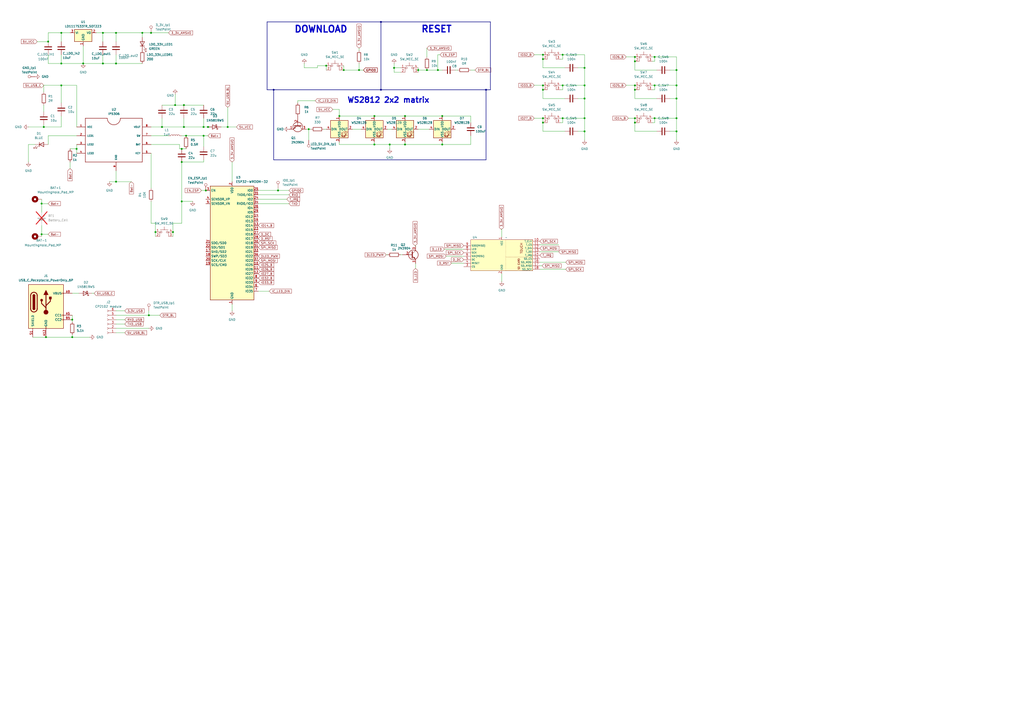
<source format=kicad_sch>
(kicad_sch (version 20250114) (generator "eeschema") (generator_version "9.0")
  (paper "A2")
  (lib_symbols
    (symbol "ASKLib:2.8{dblquote}_display"
      (property "Reference" "U4" (at -17.018 10.414 0))
      (property "Value" "~" (at 2.0084 10.16 0))
      (symbol "2.8{dblquote}_display_1_1"
        (text "SD CARD\n" (at 9.906 -5.08 900) (effects (font (size 1 1))))
        (text "TOUCH" (at 11.43 4.064 900) (effects (font (size 1.27 1.27))))
        (pin input line (at -22.098 5.588 0) (length 4) (name "SDO(MISO)") (number "9"))
        (pin input line (at -22.098 3.556 0) (length 4) (name "LED") (number "8"))
        (pin input line (at -22.098 1.524 0) (length 4) (name "SCK") (number "7"))
        (pin input line (at -22.098 -0.508 0) (length 4) (name "SDI(MOSI)") (number "6"))
        (pin input line (at -22.098 -2.54 0) (length 4) (name "DC") (number "5"))
        (pin input line (at -22.098 -4.572 0) (length 4) (name "RESET") (number "4"))
        (pin input line (at -22.098 -6.604 0) (length 4) (name "CS") (number "3"))
        (pin input line (at 0 10.668 270) (length 1.57) (name "VCC") (number "1"))
        (pin input line (at 0 -10.668 90) (length 1.57) (name "GND") (number "2"))
        (pin input line (at 22.098 8.128 180) (length 4) (name "T_CLK") (number "10"))
        (pin input line (at 22.098 6.096 180) (length 4) (name "T_CS") (number "11"))
        (pin input line (at 22.098 4.064 180) (length 4) (name "T_DIN") (number "12"))
        (pin input line (at 22.098 2.032 180) (length 4) (name "T_DO") (number "13"))
        (pin input line (at 22.098 0 180) (length 4) (name "T_IRQ") (number "14"))
        (pin input line (at 22.098 -2.032 180) (length 4) (name "SD_CS") (number "15"))
        (pin input line (at 22.098 -4.064 180) (length 4) (name "SD_MOSI") (number "16"))
        (pin input line (at 22.098 -6.096 180) (length 4) (name "SD_MISO") (number "17"))
        (pin input line (at 22.098 -8.128 180) (length 4) (name "SD_SCK") (number "18"))
      )
    )
    (symbol "Connector:Conn_01x06_Socket" (pin_names (offset 1.016) (hide yes))
      (property "Reference" "J" (at 0 7.62 0))
      (property "Value" "Conn_01x06_Socket" (at 0 -10.16 0))
      (symbol "Conn_01x06_Socket_1_1"
        (pin passive line (at -5.08 5.08 0) (length 3.81) (name "Pin_1") (number "1"))
        (pin passive line (at -5.08 2.54 0) (length 3.81) (name "Pin_2") (number "2"))
        (pin passive line (at -5.08 0 0) (length 3.81) (name "Pin_3") (number "3"))
        (pin passive line (at -5.08 -2.54 0) (length 3.81) (name "Pin_4") (number "4"))
        (pin passive line (at -5.08 -5.08 0) (length 3.81) (name "Pin_5") (number "5"))
        (pin passive line (at -5.08 -7.62 0) (length 3.81) (name "Pin_6") (number "6"))
      )
    )
    (symbol "Connector:TestPoint" (pin_numbers (hide yes)) (pin_names (offset 0.762) (hide yes))
      (property "Reference" "TP" (at 0 6.858 0))
      (property "Value" "TestPoint" (at 0 5.08 0))
      (symbol "TestPoint_1_1"
        (pin passive line (at 0 0 90) (length 2.54) (name "1") (number "1"))
      )
    )
    (symbol "Connector:USB_C_Receptacle_PowerOnly_6P" (pin_names (offset 1.016))
      (property "Reference" "J" (at 0 16.51 0))
      (property "Value" "USB_C_Receptacle_PowerOnly_6P" (at 0 13.97 0))
      (symbol "USB_C_Receptacle_PowerOnly_6P_1_1"
        (pin passive line (at -7.62 -17.78 90) (length 5.08) (name "SHIELD") (number "S1"))
        (pin passive line (at 0 -17.78 90) (length 5.08) (name "GND") (number "A12"))
        (pin passive line (at 0 -17.78 90) (length 5.08) (hide yes) (name "GND") (number "B12"))
        (pin passive line (at 15.24 7.62 180) (length 5.08) (name "VBUS") (number "A9"))
        (pin passive line (at 15.24 7.62 180) (length 5.08) (hide yes) (name "VBUS") (number "B9"))
        (pin bidirectional line (at 15.24 -5.08 180) (length 5.08) (name "CC1") (number "A5"))
        (pin bidirectional line (at 15.24 -7.62 180) (length 5.08) (name "CC2") (number "B5"))
      )
    )
    (symbol "Device:Battery_Cell" (pin_numbers (hide yes)) (pin_names (offset 0) (hide yes))
      (property "Reference" "BT" (at 2.54 2.54 0))
      (property "Value" "Battery_Cell" (at 2.54 0 0))
      (symbol "Battery_Cell_1_1"
        (pin passive line (at 0 5.08 270) (length 2.54) (name "+") (number "1"))
        (pin passive line (at 0 -2.54 90) (length 2.54) (name "-") (number "2"))
      )
    )
    (symbol "Device:C" (pin_numbers (hide yes)) (pin_names (offset 0.254))
      (property "Reference" "C" (at 0.635 2.54 0))
      (property "Value" "C" (at 0.635 -2.54 0))
      (symbol "C_1_1"
        (pin passive line (at 0 3.81 270) (length 2.794) (name "~") (number "1"))
        (pin passive line (at 0 -3.81 90) (length 2.794) (name "~") (number "2"))
      )
    )
    (symbol "Device:L" (pin_numbers (hide yes)) (pin_names (offset 1.016) (hide yes))
      (property "Reference" "L" (at -1.27 0 90))
      (property "Value" "L" (at 1.905 0 90))
      (symbol "L_1_1"
        (pin passive line (at 0 3.81 270) (length 1.27) (name "1") (number "1"))
        (pin passive line (at 0 -3.81 90) (length 1.27) (name "2") (number "2"))
      )
    )
    (symbol "Device:LED" (pin_numbers (hide yes)) (pin_names (offset 1.016) (hide yes))
      (property "Reference" "D" (at 0 2.54 0))
      (property "Value" "LED" (at 0 -2.54 0))
      (symbol "LED_1_1"
        (pin passive line (at -3.81 0 0) (length 2.54) (name "K") (number "1"))
        (pin passive line (at 3.81 0 180) (length 2.54) (name "A") (number "2"))
      )
    )
    (symbol "Device:R" (pin_numbers (hide yes)) (pin_names (offset 0))
      (property "Reference" "R" (at 2.032 0 90))
      (property "Value" "R" (at 0 0 90))
      (symbol "R_1_1"
        (pin passive line (at 0 3.81 270) (length 1.27) (name "~") (number "1"))
        (pin passive line (at 0 -3.81 90) (length 1.27) (name "~") (number "2"))
      )
    )
    (symbol "Diode:1N5819WS" (pin_numbers (hide yes)) (pin_names (offset 1.016) (hide yes))
      (property "Reference" "D" (at 0 2.54 0))
      (property "Value" "1N5819WS" (at 0 -2.54 0))
      (symbol "1N5819WS_1_1"
        (pin passive line (at -3.81 0 0) (length 2.54) (name "K") (number "1"))
        (pin passive line (at 3.81 0 180) (length 2.54) (name "A") (number "2"))
      )
    )
    (symbol "IP5306:IP5306" (pin_names (offset 1.016))
      (property "Reference" "U" (at 12.7 17.78 0))
      (property "Value" "IP5306" (at 12.7 15.24 0))
      (symbol "IP5306_0_0"
        (pin power_in line (at -5.08 20.32 0) (length 5.08) (name "VCC") (number "1"))
        (pin output line (at -5.08 15.24 0) (length 5.08) (name "LED1") (number "2"))
        (pin output line (at -5.08 10.16 0) (length 5.08) (name "LED2") (number "3"))
        (pin output line (at -5.08 5.08 0) (length 5.08) (name "LED3") (number "4"))
        (pin power_in line (at 17.78 -5.08 90) (length 5.08) (name "GND") (number "9"))
        (pin output line (at 38.1 20.32 180) (length 5.08) (name "VOUT") (number "8"))
        (pin output line (at 38.1 15.24 180) (length 5.08) (name "SW") (number "7"))
        (pin input line (at 38.1 10.16 180) (length 5.08) (name "BAT") (number "6"))
        (pin input line (at 38.1 5.08 180) (length 5.08) (name "KEY") (number "5"))
      )
    )
    (symbol "LED:WS2812B" (pin_names (offset 0.254))
      (property "Reference" "D" (at 5.08 5.715 0))
      (property "Value" "WS2812B" (at 1.27 -5.715 0))
      (symbol "WS2812B_0_0"
        (text "RGB" (at 2.286 -4.191 0) (effects (font (size 0.762 0.762))))
      )
      (symbol "WS2812B_1_1"
        (pin input line (at -7.62 0 0) (length 2.54) (name "DIN") (number "4"))
        (pin power_in line (at 0 7.62 270) (length 2.54) (name "VDD") (number "1"))
        (pin power_in line (at 0 -7.62 90) (length 2.54) (name "VSS") (number "3"))
        (pin output line (at 7.62 0 180) (length 2.54) (name "DOUT") (number "2"))
      )
    )
    (symbol "Mechanical:MountingHole_Pad_MP" (pin_numbers (hide yes)) (pin_names (offset 1.016) (hide yes)) (exclude_from_sim yes) (in_bom no)
      (property "Reference" "H" (at 0 6.35 0))
      (property "Value" "MountingHole_Pad_MP" (at 0 4.445 0))
      (symbol "MountingHole_Pad_MP_1_1"
        (pin input line (at 0 -2.54 90) (length 2.54) (name "MP") (number "MP"))
      )
    )
    (symbol "RF_Module:ESP32-WROOM-32"
      (property "Reference" "U" (at -12.7 34.29 0))
      (property "Value" "ESP32-WROOM-32" (at 1.27 34.29 0))
      (symbol "ESP32-WROOM-32_1_1"
        (pin input line (at -15.24 30.48 0) (length 2.54) (name "EN") (number "3"))
        (pin input line (at -15.24 25.4 0) (length 2.54) (name "SENSOR_VP") (number "4"))
        (pin input line (at -15.24 22.86 0) (length 2.54) (name "SENSOR_VN") (number "5"))
        (pin bidirectional line (at -15.24 0 0) (length 2.54) (name "SDO/SD0") (number "21"))
        (pin bidirectional line (at -15.24 -2.54 0) (length 2.54) (name "SDI/SD1") (number "22"))
        (pin bidirectional line (at -15.24 -5.08 0) (length 2.54) (name "SHD/SD2") (number "17"))
        (pin bidirectional line (at -15.24 -7.62 0) (length 2.54) (name "SWP/SD3") (number "18"))
        (pin bidirectional line (at -15.24 -10.16 0) (length 2.54) (name "SCK/CLK") (number "20"))
        (pin bidirectional line (at -15.24 -12.7 0) (length 2.54) (name "SCS/CMD") (number "19"))
        (pin no_connect line (at -12.7 -27.94 0) (length 2.54) (hide yes) (name "NC") (number "32"))
        (pin power_in line (at 0 35.56 270) (length 2.54) (name "VDD") (number "2"))
        (pin power_in line (at 0 -35.56 90) (length 2.54) (name "GND") (number "1"))
        (pin passive line (at 0 -35.56 90) (length 2.54) (hide yes) (name "GND") (number "15"))
        (pin passive line (at 0 -35.56 90) (length 2.54) (hide yes) (name "GND") (number "38"))
        (pin passive line (at 0 -35.56 90) (length 2.54) (hide yes) (name "GND") (number "39"))
        (pin bidirectional line (at 15.24 30.48 180) (length 2.54) (name "IO0") (number "25"))
        (pin bidirectional line (at 15.24 27.94 180) (length 2.54) (name "TXD0/IO1") (number "35"))
        (pin bidirectional line (at 15.24 25.4 180) (length 2.54) (name "IO2") (number "24"))
        (pin bidirectional line (at 15.24 22.86 180) (length 2.54) (name "RXD0/IO3") (number "34"))
        (pin bidirectional line (at 15.24 20.32 180) (length 2.54) (name "IO4") (number "26"))
        (pin bidirectional line (at 15.24 17.78 180) (length 2.54) (name "IO5") (number "29"))
        (pin bidirectional line (at 15.24 15.24 180) (length 2.54) (name "IO12") (number "14"))
        (pin bidirectional line (at 15.24 12.7 180) (length 2.54) (name "IO13") (number "16"))
        (pin bidirectional line (at 15.24 10.16 180) (length 2.54) (name "IO14") (number "13"))
        (pin bidirectional line (at 15.24 7.62 180) (length 2.54) (name "IO15") (number "23"))
        (pin bidirectional line (at 15.24 5.08 180) (length 2.54) (name "IO16") (number "27"))
        (pin bidirectional line (at 15.24 2.54 180) (length 2.54) (name "IO17") (number "28"))
        (pin bidirectional line (at 15.24 0 180) (length 2.54) (name "IO18") (number "30"))
        (pin bidirectional line (at 15.24 -2.54 180) (length 2.54) (name "IO19") (number "31"))
        (pin bidirectional line (at 15.24 -5.08 180) (length 2.54) (name "IO21") (number "33"))
        (pin bidirectional line (at 15.24 -7.62 180) (length 2.54) (name "IO22") (number "36"))
        (pin bidirectional line (at 15.24 -10.16 180) (length 2.54) (name "IO23") (number "37"))
        (pin bidirectional line (at 15.24 -12.7 180) (length 2.54) (name "IO25") (number "10"))
        (pin bidirectional line (at 15.24 -15.24 180) (length 2.54) (name "IO26") (number "11"))
        (pin bidirectional line (at 15.24 -17.78 180) (length 2.54) (name "IO27") (number "12"))
        (pin bidirectional line (at 15.24 -20.32 180) (length 2.54) (name "IO32") (number "8"))
        (pin bidirectional line (at 15.24 -22.86 180) (length 2.54) (name "IO33") (number "9"))
        (pin input line (at 15.24 -25.4 180) (length 2.54) (name "IO34") (number "6"))
        (pin input line (at 15.24 -27.94 180) (length 2.54) (name "IO35") (number "7"))
      )
    )
    (symbol "Regulator_Linear:LD1117S33TR_SOT223"
      (property "Reference" "U" (at -3.81 3.175 0))
      (property "Value" "LD1117S33TR_SOT223" (at 0 3.175 0))
      (symbol "LD1117S33TR_SOT223_1_1"
        (pin power_in line (at -7.62 0 0) (length 2.54) (name "VI") (number "3"))
        (pin power_in line (at 0 -7.62 90) (length 2.54) (name "GND") (number "1"))
        (pin power_out line (at 7.62 0 180) (length 2.54) (name "VO") (number "2"))
      )
    )
    (symbol "Switch:SW_MEC_5E" (pin_names (offset 1.016) (hide yes))
      (property "Reference" "SW" (at 0.635 5.715 0))
      (property "Value" "SW_MEC_5E" (at 0 -3.175 0))
      (symbol "SW_MEC_5E_0_1"
        (pin passive line (at -5.08 2.54 0) (length 2.54) (name "1") (number "1"))
        (pin passive line (at -5.08 0 0) (length 2.54) (name "2") (number "2"))
        (pin passive line (at 5.08 2.54 180) (length 2.54) (name "A") (number "4"))
        (pin passive line (at 5.08 0 180) (length 2.54) (name "K") (number "3"))
      )
    )
    (symbol "Transistor_BJT:2N3904" (pin_names (offset 0) (hide yes))
      (property "Reference" "Q" (at 5.08 1.905 0))
      (property "Value" "2N3904" (at 5.08 0 0))
      (symbol "2N3904_1_1"
        (pin passive line (at -5.08 0 0) (length 5.715) (name "B") (number "2"))
        (pin passive line (at 2.54 5.08 270) (length 2.54) (name "C") (number "3"))
        (pin passive line (at 2.54 -5.08 90) (length 2.54) (name "E") (number "1"))
      )
    )
    (symbol "power:GND" (power) (pin_numbers (hide yes)) (pin_names (offset 0) (hide yes))
      (property "Value" "GND" (at 0 -3.81 0))
      (symbol "GND_1_1"
        (pin power_in line (at 0 0 270) (length 0) (name "~") (number "1"))
      )
    )
  )
  (text "DOWNLOAD" (at 186.182 19.304 0) (effects (font (size 3.81 3.81) (bold yes)) (justify bottom)))
  (text "WS2812 2x2 matrix\n" (at 225.298 58.166 0) (effects (font (size 3.175 3.175) (bold yes))))
  (text "RESET" (at 253.238 17.018 0) (effects (font (size 3.81 3.81) (bold yes))))
  (junction (at 106.68 73.66))
  (junction (at 247.65 40.64))
  (junction (at 368.3 35.56))
  (junction (at 26.67 195.58))
  (junction (at 339.09 68.58))
  (junction (at 35.56 19.05))
  (junction (at 217.17 67.31))
  (junction (at 217.17 83.82))
  (junction (at 234.95 83.82))
  (junction (at 24.13 118.11))
  (junction (at 339.09 39.37))
  (junction (at 314.96 68.58))
  (junction (at 35.56 49.53))
  (junction (at 86.36 182.88))
  (junction (at 41.91 195.58))
  (junction (at 101.6 60.96))
  (junction (at 107.95 78.74))
  (junction (at 368.3 68.58))
  (junction (at 339.09 49.53))
  (junction (at 196.85 67.31))
  (junction (at 379.73 49.53))
  (junction (at 392.43 68.58))
  (junction (at 100.33 134.62))
  (junction (at 314.96 34.29))
  (junction (at 379.73 33.02))
  (junction (at 82.55 19.05))
  (junction (at 90.17 134.62))
  (junction (at 314.96 49.53))
  (junction (at 392.43 40.64))
  (junction (at 44.45 86.36))
  (junction (at 189.23 38.1))
  (junction (at 132.08 73.66))
  (junction (at 59.69 19.05))
  (junction (at 161.29 110.49))
  (junction (at 392.43 49.53))
  (junction (at 254 40.64))
  (junction (at 105.41 93.98))
  (junction (at 25.4 73.66))
  (junction (at 24.13 135.89))
  (junction (at 326.39 31.75))
  (junction (at 379.73 68.58))
  (junction (at 105.41 116.84))
  (junction (at 59.69 36.83))
  (junction (at 326.39 68.58))
  (junction (at 226.06 83.82))
  (junction (at 314.96 52.07))
  (junction (at 48.26 36.83))
  (junction (at 326.39 49.53))
  (junction (at 87.63 19.05))
  (junction (at 228.6 39.37))
  (junction (at 208.28 40.64))
  (junction (at 368.3 71.12))
  (junction (at 106.68 60.96))
  (junction (at 67.31 105.41))
  (junction (at 35.56 36.83))
  (junction (at 118.11 78.74))
  (junction (at 158.75 52.07))
  (junction (at 314.96 71.12))
  (junction (at 105.41 86.36))
  (junction (at 368.3 33.02))
  (junction (at 339.09 57.15))
  (junction (at 256.54 67.31))
  (junction (at 119.38 110.49))
  (junction (at 93.98 73.66))
  (junction (at 199.39 40.64))
  (junction (at 392.43 76.2))
  (junction (at 314.96 31.75))
  (junction (at 118.11 73.66))
  (junction (at 281.94 52.07))
  (junction (at 368.3 52.07))
  (junction (at 120.65 73.66))
  (junction (at 339.09 76.2))
  (junction (at 67.31 19.05))
  (junction (at 392.43 57.15))
  (junction (at 27.94 24.13))
  (junction (at 41.91 185.42))
  (junction (at 368.3 49.53))
  (junction (at 220.98 12.7))
  (junction (at 220.98 52.07))
  (junction (at 67.31 36.83))
  (junction (at 256.54 83.82))
  (junction (at 234.95 67.31))
  (junction (at 242.57 40.64))
  (junction (at 179.07 74.93))
  (wire (pts (xy 40.64 93.98) (xy 40.64 97.79)))
  (bus (pts (xy 281.94 52.07) (xy 284.48 52.07)))
  (wire (pts (xy 67.31 105.41) (xy 76.2 105.41)))
  (wire (pts (xy 72.39 180.34) (xy 67.31 180.34)))
  (wire (pts (xy 106.68 68.58) (xy 106.68 73.66)))
  (wire (pts (xy 35.56 49.53) (xy 44.45 49.53)))
  (wire (pts (xy 104.14 83.82) (xy 87.63 83.82)))
  (wire (pts (xy 59.69 36.83) (xy 59.69 31.75)))
  (wire (pts (xy 105.41 93.98) (xy 105.41 116.84)))
  (wire (pts (xy 59.69 19.05) (xy 59.69 24.13)))
  (wire (pts (xy 256.54 40.64) (xy 254 40.64)))
  (wire (pts (xy 379.73 33.02) (xy 392.43 33.02)))
  (wire (pts (xy 325.12 71.12) (xy 326.39 71.12)))
  (wire (pts (xy 226.06 83.82) (xy 217.17 83.82)))
  (wire (pts (xy 101.6 54.61) (xy 101.6 60.96)))
  (wire (pts (xy 25.4 60.96) (xy 25.4 64.77)))
  (wire (pts (xy 104.14 86.36) (xy 105.41 86.36)))
  (wire (pts (xy 309.88 49.53) (xy 314.96 49.53)))
  (wire (pts (xy 161.29 109.22) (xy 161.29 110.49)))
  (wire (pts (xy 16.51 83.82) (xy 20.32 83.82)))
  (wire (pts (xy 134.62 93.98) (xy 134.62 105.41)))
  (bus (pts (xy 220.98 52.07) (xy 158.75 52.07)))
  (wire (pts (xy 339.09 31.75) (xy 339.09 39.37)))
  (wire (pts (xy 242.57 74.93) (xy 248.92 74.93)))
  (wire (pts (xy 182.88 58.42) (xy 172.72 58.42)))
  (wire (pts (xy 199.39 38.1) (xy 199.39 40.64)))
  (wire (pts (xy 242.57 40.64) (xy 242.57 41.91)))
  (wire (pts (xy 381 76.2) (xy 368.3 76.2)))
  (wire (pts (xy 25.4 49.53) (xy 25.4 53.34)))
  (wire (pts (xy 392.43 40.64) (xy 392.43 49.53)))
  (wire (pts (xy 234.95 83.82) (xy 226.06 83.82)))
  (wire (pts (xy 247.65 27.94) (xy 247.65 33.02)))
  (wire (pts (xy 44.45 83.82) (xy 44.45 86.36)))
  (wire (pts (xy 256.54 83.82) (xy 234.95 83.82)))
  (wire (pts (xy 208.28 36.83) (xy 208.28 40.64)))
  (wire (pts (xy 106.68 60.96) (xy 118.11 60.96)))
  (wire (pts (xy 24.13 130.81) (xy 24.13 135.89)))
  (wire (pts (xy 100.33 134.62) (xy 100.33 129.54)))
  (wire (pts (xy 339.09 39.37) (xy 339.09 49.53)))
  (wire (pts (xy 196.85 67.31) (xy 217.17 67.31)))
  (wire (pts (xy 388.62 76.2) (xy 392.43 76.2)))
  (wire (pts (xy 291.084 133.096) (xy 291.084 137.414)))
  (wire (pts (xy 208.28 40.64) (xy 210.82 40.64)))
  (wire (pts (xy 35.56 36.83) (xy 48.26 36.83)))
  (bus (pts (xy 220.98 12.7) (xy 284.48 12.7)))
  (wire (pts (xy 273.05 40.64) (xy 275.59 40.64)))
  (wire (pts (xy 326.39 49.53) (xy 339.09 49.53)))
  (bus (pts (xy 284.48 12.7) (xy 284.48 52.07)))
  (wire (pts (xy 120.65 73.66) (xy 118.11 73.66)))
  (wire (pts (xy 339.09 57.15) (xy 339.09 68.58)))
  (wire (pts (xy 27.94 19.05) (xy 35.56 19.05)))
  (wire (pts (xy 67.31 99.06) (xy 67.31 105.41)))
  (wire (pts (xy 234.95 67.31) (xy 256.54 67.31)))
  (wire (pts (xy 254 31.75) (xy 254 40.64)))
  (wire (pts (xy 241.046 142.748) (xy 241.046 142.494)))
  (wire (pts (xy 313.182 152.146) (xy 328.168 152.146)))
  (bus (pts (xy 281.94 52.07) (xy 281.94 92.71)))
  (wire (pts (xy 87.63 78.74) (xy 97.79 78.74)))
  (wire (pts (xy 291.084 158.75) (xy 291.084 163.322)))
  (wire (pts (xy 368.3 49.53) (xy 368.3 52.07)))
  (wire (pts (xy 392.43 57.15) (xy 392.43 68.58)))
  (wire (pts (xy 41.91 195.58) (xy 26.67 195.58)))
  (wire (pts (xy 118.11 68.58) (xy 118.11 73.66)))
  (wire (pts (xy 90.17 134.62) (xy 90.17 137.16)))
  (wire (pts (xy 325.12 49.53) (xy 326.39 49.53)))
  (bus (pts (xy 220.98 12.7) (xy 220.98 52.07)))
  (wire (pts (xy 368.3 40.64) (xy 368.3 35.56)))
  (wire (pts (xy 118.11 92.71) (xy 118.11 93.98)))
  (wire (pts (xy 388.62 40.64) (xy 392.43 40.64)))
  (wire (pts (xy 149.86 113.03) (xy 167.64 113.03)))
  (wire (pts (xy 134.62 180.34) (xy 134.62 176.53)))
  (wire (pts (xy 204.47 74.93) (xy 209.55 74.93)))
  (wire (pts (xy 21.59 24.13) (xy 27.94 24.13)))
  (wire (pts (xy 208.28 27.94) (xy 208.28 29.21)))
  (wire (pts (xy 35.56 73.66) (xy 25.4 73.66)))
  (wire (pts (xy 381 57.15) (xy 368.3 57.15)))
  (wire (pts (xy 256.54 67.31) (xy 273.05 67.31)))
  (wire (pts (xy 52.07 195.58) (xy 41.91 195.58)))
  (wire (pts (xy 392.43 76.2) (xy 392.43 81.28)))
  (wire (pts (xy 27.94 36.83) (xy 35.56 36.83)))
  (wire (pts (xy 101.6 60.96) (xy 106.68 60.96)))
  (wire (pts (xy 314.96 76.2) (xy 314.96 71.12)))
  (wire (pts (xy 228.6 36.83) (xy 228.6 39.37)))
  (wire (pts (xy 379.73 35.56) (xy 379.73 33.02)))
  (wire (pts (xy 392.43 33.02) (xy 392.43 40.64)))
  (wire (pts (xy 179.07 81.28) (xy 179.07 74.93)))
  (wire (pts (xy 196.85 63.5) (xy 196.85 67.31)))
  (wire (pts (xy 326.39 52.07) (xy 326.39 49.53)))
  (wire (pts (xy 339.09 76.2) (xy 339.09 81.28)))
  (wire (pts (xy 118.11 78.74) (xy 120.65 78.74)))
  (wire (pts (xy 228.6 41.91) (xy 228.6 39.37)))
  (wire (pts (xy 121.92 73.66) (xy 120.65 73.66)))
  (wire (pts (xy 27.94 135.89) (xy 24.13 135.89)))
  (wire (pts (xy 368.3 33.02) (xy 368.3 35.56)))
  (wire (pts (xy 27.94 36.83) (xy 27.94 31.75)))
  (wire (pts (xy 379.73 52.07) (xy 379.73 49.53)))
  (bus (pts (xy 220.98 52.07) (xy 281.94 52.07)))
  (wire (pts (xy 41.91 194.31) (xy 41.91 195.58)))
  (wire (pts (xy 335.28 39.37) (xy 339.09 39.37)))
  (wire (pts (xy 368.3 57.15) (xy 368.3 52.07)))
  (wire (pts (xy 335.28 76.2) (xy 339.09 76.2)))
  (wire (pts (xy 313.182 154.178) (xy 314.452 154.178)))
  (wire (pts (xy 226.06 86.36) (xy 226.06 83.82)))
  (wire (pts (xy 24.13 115.57) (xy 24.13 118.11)))
  (wire (pts (xy 86.36 180.34) (xy 86.36 182.88)))
  (wire (pts (xy 290.83 133.096) (xy 291.084 133.096)))
  (wire (pts (xy 241.046 152.908) (xy 241.046 155.702)))
  (wire (pts (xy 273.05 67.31) (xy 273.05 71.12)))
  (wire (pts (xy 35.56 19.05) (xy 35.56 24.13)))
  (wire (pts (xy 67.31 36.83) (xy 82.55 36.83)))
  (wire (pts (xy 326.39 71.12) (xy 326.39 68.58)))
  (wire (pts (xy 378.46 68.58) (xy 379.73 68.58)))
  (wire (pts (xy 339.09 49.53) (xy 339.09 57.15)))
  (wire (pts (xy 59.69 36.83) (xy 67.31 36.83)))
  (wire (pts (xy 105.41 129.54) (xy 105.41 116.84)))
  (wire (pts (xy 379.73 49.53) (xy 392.43 49.53)))
  (wire (pts (xy 25.4 72.39) (xy 25.4 73.66)))
  (wire (pts (xy 44.45 86.36) (xy 44.45 88.9)))
  (wire (pts (xy 381 40.64) (xy 368.3 40.64)))
  (wire (pts (xy 111.76 116.84) (xy 105.41 116.84)))
  (wire (pts (xy 264.16 40.64) (xy 265.43 40.64)))
  (wire (pts (xy 24.13 135.89) (xy 24.13 137.16)))
  (wire (pts (xy 45.72 170.18) (xy 41.91 170.18)))
  (wire (pts (xy 176.53 39.37) (xy 184.15 39.37)))
  (wire (pts (xy 59.69 19.05) (xy 67.31 19.05)))
  (wire (pts (xy 128.27 73.66) (xy 132.08 73.66)))
  (wire (pts (xy 309.88 68.58) (xy 314.96 68.58)))
  (wire (pts (xy 241.046 142.494) (xy 240.792 142.494)))
  (wire (pts (xy 273.05 83.82) (xy 256.54 83.82)))
  (wire (pts (xy 378.46 52.07) (xy 379.73 52.07)))
  (wire (pts (xy 392.43 68.58) (xy 392.43 76.2)))
  (wire (pts (xy 273.05 78.74) (xy 273.05 83.82)))
  (wire (pts (xy 339.09 68.58) (xy 339.09 76.2)))
  (wire (pts (xy 326.39 34.29) (xy 326.39 31.75)))
  (wire (pts (xy 177.8 74.93) (xy 179.07 74.93)))
  (wire (pts (xy 228.6 39.37) (xy 232.41 39.37)))
  (wire (pts (xy 378.46 49.53) (xy 379.73 49.53)))
  (wire (pts (xy 132.08 73.66) (xy 137.16 73.66)))
  (wire (pts (xy 27.94 24.13) (xy 27.94 19.05)))
  (wire (pts (xy 335.28 57.15) (xy 339.09 57.15)))
  (wire (pts (xy 27.94 78.74) (xy 27.94 83.82)))
  (wire (pts (xy 100.33 134.62) (xy 100.33 137.16)))
  (wire (pts (xy 149.86 110.49) (xy 161.29 110.49)))
  (wire (pts (xy 184.15 38.1) (xy 189.23 38.1)))
  (wire (pts (xy 261.874 152.654) (xy 268.986 152.654)))
  (wire (pts (xy 378.46 71.12) (xy 379.73 71.12)))
  (wire (pts (xy 40.64 86.36) (xy 44.45 86.36)))
  (wire (pts (xy 105.41 86.36) (xy 107.95 86.36)))
  (wire (pts (xy 314.96 39.37) (xy 314.96 34.29)))
  (wire (pts (xy 368.3 76.2) (xy 368.3 71.12)))
  (wire (pts (xy 41.91 185.42) (xy 41.91 186.69)))
  (wire (pts (xy 325.12 52.07) (xy 326.39 52.07)))
  (wire (pts (xy 379.73 68.58) (xy 392.43 68.58)))
  (wire (pts (xy 106.68 73.66) (xy 118.11 73.66)))
  (wire (pts (xy 368.3 68.58) (xy 368.3 71.12)))
  (wire (pts (xy 67.31 36.83) (xy 67.31 31.75)))
  (wire (pts (xy 44.45 78.74) (xy 27.94 78.74)))
  (wire (pts (xy 48.26 26.67) (xy 48.26 36.83)))
  (wire (pts (xy 314.96 31.75) (xy 314.96 34.29)))
  (wire (pts (xy 90.17 134.62) (xy 90.17 129.54)))
  (wire (pts (xy 67.31 19.05) (xy 82.55 19.05)))
  (wire (pts (xy 199.39 40.64) (xy 208.28 40.64)))
  (wire (pts (xy 166.37 115.57) (xy 149.86 115.57)))
  (wire (pts (xy 256.54 82.55) (xy 256.54 83.82)))
  (wire (pts (xy 87.63 116.84) (xy 87.63 129.54)))
  (wire (pts (xy 86.36 182.88) (xy 92.71 182.88)))
  (bus (pts (xy 154.94 12.7) (xy 220.98 12.7)))
  (wire (pts (xy 67.31 182.88) (xy 86.36 182.88)))
  (wire (pts (xy 309.88 31.75) (xy 314.96 31.75)))
  (wire (pts (xy 35.56 36.83) (xy 35.56 31.75)))
  (wire (pts (xy 44.45 49.53) (xy 44.45 73.66)))
  (wire (pts (xy 172.72 58.42) (xy 172.72 59.69)))
  (wire (pts (xy 87.63 129.54) (xy 90.17 129.54)))
  (wire (pts (xy 193.04 63.5) (xy 196.85 63.5)))
  (wire (pts (xy 24.13 118.11) (xy 24.13 123.19)))
  (wire (pts (xy 156.21 168.91) (xy 149.86 168.91)))
  (wire (pts (xy 363.22 33.02) (xy 368.3 33.02)))
  (wire (pts (xy 326.39 31.75) (xy 339.09 31.75)))
  (wire (pts (xy 327.66 57.15) (xy 314.96 57.15)))
  (wire (pts (xy 217.17 82.55) (xy 217.17 83.82)))
  (wire (pts (xy 179.07 74.93) (xy 180.34 74.93)))
  (wire (pts (xy 82.55 19.05) (xy 87.63 19.05)))
  (wire (pts (xy 167.64 118.11) (xy 149.86 118.11)))
  (wire (pts (xy 55.88 19.05) (xy 59.69 19.05)))
  (bus (pts (xy 158.75 52.07) (xy 158.75 92.71)))
  (wire (pts (xy 107.95 78.74) (xy 118.11 78.74)))
  (wire (pts (xy 27.94 118.11) (xy 24.13 118.11)))
  (wire (pts (xy 187.96 74.93) (xy 189.23 74.93)))
  (wire (pts (xy 116.84 110.49) (xy 119.38 110.49)))
  (wire (pts (xy 392.43 49.53) (xy 392.43 57.15)))
  (wire (pts (xy 184.15 38.1) (xy 184.15 39.37)))
  (wire (pts (xy 254 31.75) (xy 255.27 31.75)))
  (wire (pts (xy 232.41 147.828) (xy 233.426 147.828)))
  (wire (pts (xy 54.61 170.18) (xy 53.34 170.18)))
  (wire (pts (xy 67.31 19.05) (xy 67.31 24.13)))
  (wire (pts (xy 388.62 57.15) (xy 392.43 57.15)))
  (wire (pts (xy 326.39 68.58) (xy 339.09 68.58)))
  (wire (pts (xy 224.028 147.828) (xy 224.79 147.828)))
  (wire (pts (xy 224.79 74.93) (xy 227.33 74.93)))
  (wire (pts (xy 67.31 190.5) (xy 86.36 190.5)))
  (wire (pts (xy 72.39 185.42) (xy 67.31 185.42)))
  (wire (pts (xy 242.57 40.64) (xy 247.65 40.64)))
  (wire (pts (xy 19.05 195.58) (xy 26.67 195.58)))
  (wire (pts (xy 328.168 156.21) (xy 313.182 156.21)))
  (bus (pts (xy 158.75 92.71) (xy 281.94 92.71)))
  (wire (pts (xy 378.46 35.56) (xy 379.73 35.56)))
  (wire (pts (xy 325.12 34.29) (xy 326.39 34.29)))
  (wire (pts (xy 72.39 193.04) (xy 67.31 193.04)))
  (wire (pts (xy 314.96 68.58) (xy 314.96 71.12)))
  (wire (pts (xy 325.12 31.75) (xy 326.39 31.75)))
  (wire (pts (xy 189.23 38.1) (xy 189.23 40.64)))
  (wire (pts (xy 93.98 60.96) (xy 101.6 60.96)))
  (wire (pts (xy 327.66 39.37) (xy 314.96 39.37)))
  (wire (pts (xy 314.96 57.15) (xy 314.96 52.07)))
  (wire (pts (xy 325.12 68.58) (xy 326.39 68.58)))
  (wire (pts (xy 176.53 36.83) (xy 176.53 39.37)))
  (wire (pts (xy 161.29 110.49) (xy 167.64 110.49)))
  (wire (pts (xy 313.182 141.986) (xy 324.104 141.986)))
  (wire (pts (xy 63.5 105.41) (xy 67.31 105.41)))
  (wire (pts (xy 16.51 73.66) (xy 25.4 73.66)))
  (wire (pts (xy 242.57 40.64) (xy 242.57 39.37)))
  (wire (pts (xy 364.49 68.58) (xy 368.3 68.58)))
  (wire (pts (xy 72.39 187.96) (xy 67.31 187.96)))
  (wire (pts (xy 313.182 146.05) (xy 324.104 146.05)))
  (wire (pts (xy 93.98 68.58) (xy 93.98 73.66)))
  (wire (pts (xy 132.08 62.23) (xy 132.08 73.66)))
  (wire (pts (xy 378.46 33.02) (xy 379.73 33.02)))
  (wire (pts (xy 379.73 71.12) (xy 379.73 68.58)))
  (wire (pts (xy 118.11 78.74) (xy 118.11 85.09)))
  (wire (pts (xy 217.17 67.31) (xy 234.95 67.31)))
  (wire (pts (xy 82.55 21.59) (xy 82.55 19.05)))
  (wire (pts (xy 104.14 86.36) (xy 104.14 83.82)))
  (wire (pts (xy 35.56 49.53) (xy 35.56 59.69)))
  (wire (pts (xy 363.22 49.53) (xy 368.3 49.53)))
  (wire (pts (xy 100.33 129.54) (xy 105.41 129.54)))
  (wire (pts (xy 314.96 49.53) (xy 314.96 52.07)))
  (wire (pts (xy 228.6 41.91) (xy 232.41 41.91)))
  (wire (pts (xy 35.56 67.31) (xy 35.56 73.66)))
  (wire (pts (xy 87.63 73.66) (xy 93.98 73.66)))
  (wire (pts (xy 234.95 82.55) (xy 234.95 83.82)))
  (wire (pts (xy 196.85 83.82) (xy 196.85 82.55)))
  (wire (pts (xy 25.4 49.53) (xy 35.56 49.53)))
  (wire (pts (xy 217.17 83.82) (xy 196.85 83.82)))
  (wire (pts (xy 247.65 40.64) (xy 254 40.64)))
  (wire (pts (xy 87.63 88.9) (xy 87.63 109.22)))
  (wire (pts (xy 257.81 144.526) (xy 268.986 144.526)))
  (wire (pts (xy 16.51 93.98) (xy 16.51 83.82)))
  (wire (pts (xy 48.26 36.83) (xy 59.69 36.83)))
  (wire (pts (xy 35.56 19.05) (xy 40.64 19.05)))
  (wire (pts (xy 93.98 73.66) (xy 106.68 73.66)))
  (bus (pts (xy 158.75 52.07) (xy 154.94 52.07)))
  (wire (pts (xy 41.91 182.88) (xy 41.91 185.42)))
  (wire (pts (xy 105.41 78.74) (xy 107.95 78.74)))
  (wire (pts (xy 258.826 148.59) (xy 268.986 148.59)))
  (bus (pts (xy 154.94 52.07) (xy 154.94 12.7)))
  (wire (pts (xy 327.66 76.2) (xy 314.96 76.2)))
  (wire (pts (xy 105.41 93.98) (xy 118.11 93.98)))
  (wire (pts (xy 87.63 19.05) (xy 97.79 19.05)))
  (global_label "TXD_USB" (shape input) (at 72.39 187.96 0) (property "Intersheetrefs" "${INTERSHEET_REFS}" (effects (hide yes))))
  (global_label "IO25_B" (shape input) (at 149.86 153.67 0) (property "Intersheetrefs" "${INTERSHEET_REFS}" (effects (hide yes))))
  (global_label "5V_VCC" (shape input) (at 21.59 24.13 180) (property "Intersheetrefs" "${INTERSHEET_REFS}" (effects (hide yes))))
  (global_label "D_DC" (shape input) (at 268.986 150.622 180) (property "Intersheetrefs" "${INTERSHEET_REFS}" (effects (hide yes))))
  (global_label "SPI_MISO" (shape input) (at 314.452 154.178 0) (property "Intersheetrefs" "${INTERSHEET_REFS}" (effects (hide yes))))
  (global_label "3_3V_AMSVO" (shape input) (at 240.792 142.494 90) (property "Intersheetrefs" "${INTERSHEET_REFS}" (effects (hide yes))))
  (global_label "IO26_B" (shape input) (at 363.22 33.02 180) (property "Intersheetrefs" "${INTERSHEET_REFS}" (effects (hide yes))))
  (global_label "Bat-" (shape input) (at 76.2 105.41 270) (property "Intersheetrefs" "${INTERSHEET_REFS}" (effects (hide yes))))
  (global_label "SPI_MOSI" (shape input) (at 328.168 152.146 0) (property "Intersheetrefs" "${INTERSHEET_REFS}" (effects (hide yes))))
  (global_label "DLED_PWM" (shape input) (at 224.028 147.828 180) (property "Intersheetrefs" "${INTERSHEET_REFS}" (effects (hide yes))))
  (global_label "RXD_USB" (shape input) (at 72.39 185.42 0) (property "Intersheetrefs" "${INTERSHEET_REFS}" (effects (hide yes))))
  (global_label "D_LED" (shape input) (at 257.81 144.526 180) (property "Intersheetrefs" "${INTERSHEET_REFS}" (effects (hide yes))))
  (global_label "3_3V_AMSVO" (shape input) (at 134.62 93.98 90) (property "Intersheetrefs" "${INTERSHEET_REFS}" (effects (hide yes))))
  (global_label "DLED_PWM" (shape input) (at 149.86 148.59 0) (property "Intersheetrefs" "${INTERSHEET_REFS}" (effects (hide yes))))
  (global_label "IO26_B" (shape input) (at 149.86 156.21 0) (property "Intersheetrefs" "${INTERSHEET_REFS}" (effects (hide yes))))
  (global_label "IO33_B" (shape input) (at 309.88 49.53 180) (property "Intersheetrefs" "${INTERSHEET_REFS}" (effects (hide yes))))
  (global_label "EN_ESP" (shape input) (at 255.27 31.75 0) (property "Intersheetrefs" "${INTERSHEET_REFS}" (effects (hide yes))))
  (global_label "SPI_MOSI" (shape input) (at 149.86 151.13 0) (property "Intersheetrefs" "${INTERSHEET_REFS}" (effects (hide yes))))
  (global_label "IC_LED_DIN" (shape input) (at 156.21 168.91 0) (property "Intersheetrefs" "${INTERSHEET_REFS}" (effects (hide yes))))
  (global_label "SPI_MISO" (shape input) (at 324.104 146.05 0) (property "Intersheetrefs" "${INTERSHEET_REFS}" (effects (hide yes))))
  (global_label "5V_USB_BL" (shape input) (at 72.39 193.04 0) (property "Intersheetrefs" "${INTERSHEET_REFS}" (effects (hide yes))))
  (global_label "3_3V_AMSVO" (shape input) (at 208.28 27.94 90) (property "Intersheetrefs" "${INTERSHEET_REFS}" (effects (hide yes))))
  (global_label "Bat+" (shape input) (at 120.65 78.74 0) (property "Intersheetrefs" "${INTERSHEET_REFS}" (effects (hide yes))))
  (global_label "SPI_SCK" (shape input) (at 328.168 156.21 0) (property "Intersheetrefs" "${INTERSHEET_REFS}" (effects (hide yes))))
  (global_label "GPIO0" (shape input) (at 210.82 40.64 0) (property "Intersheetrefs" "${INTERSHEET_REFS}" (effects (hide yes))))
  (global_label "GPIO0" (shape input) (at 167.64 110.49 0) (property "Intersheetrefs" "${INTERSHEET_REFS}" (effects (hide yes))))
  (global_label "GPIO0" (shape input) (at 210.82 40.64 0) (property "Intersheetrefs" "${INTERSHEET_REFS}" (effects (hide yes))))
  (global_label "IO33_B" (shape input) (at 149.86 163.83 0) (property "Intersheetrefs" "${INTERSHEET_REFS}" (effects (hide yes))))
  (global_label "5V_USB_BL" (shape input) (at 132.08 62.23 90) (property "Intersheetrefs" "${INTERSHEET_REFS}" (effects (hide yes))))
  (global_label "3_3V_AMSVO" (shape input) (at 247.65 27.94 0) (property "Intersheetrefs" "${INTERSHEET_REFS}" (effects (hide yes))))
  (global_label "IO32_B" (shape input) (at 309.88 31.75 180) (property "Intersheetrefs" "${INTERSHEET_REFS}" (effects (hide yes))))
  (global_label "TXD" (shape input) (at 167.64 118.11 0) (property "Intersheetrefs" "${INTERSHEET_REFS}" (effects (hide yes))))
  (global_label "5V_VCC" (shape input) (at 193.04 63.5 180) (property "Intersheetrefs" "${INTERSHEET_REFS}" (effects (hide yes))))
  (global_label "Bat+" (shape input) (at 40.64 97.79 270) (property "Intersheetrefs" "${INTERSHEET_REFS}" (effects (hide yes))))
  (global_label "Bat+" (shape input) (at 27.94 118.11 0) (property "Intersheetrefs" "${INTERSHEET_REFS}" (effects (hide yes))))
  (global_label "5V_VCC" (shape input) (at 137.16 73.66 0) (property "Intersheetrefs" "${INTERSHEET_REFS}" (effects (hide yes))))
  (global_label "3_3V_AMSVO" (shape input) (at 97.79 19.05 0) (property "Intersheetrefs" "${INTERSHEET_REFS}" (effects (hide yes))))
  (global_label "SPI_MISO" (shape input) (at 268.986 142.494 180) (property "Intersheetrefs" "${INTERSHEET_REFS}" (effects (hide yes))))
  (global_label "T_IRQ" (shape input) (at 313.182 148.082 0) (property "Intersheetrefs" "${INTERSHEET_REFS}" (effects (hide yes))))
  (global_label "SPI_SCK" (shape input) (at 313.182 139.954 0) (property "Intersheetrefs" "${INTERSHEET_REFS}" (effects (hide yes))))
  (global_label "T_IRQ" (shape input) (at 166.37 115.57 0) (property "Intersheetrefs" "${INTERSHEET_REFS}" (effects (hide yes))))
  (global_label "DTR_BL" (shape input) (at 275.59 40.64 0) (property "Intersheetrefs" "${INTERSHEET_REFS}" (effects (hide yes))))
  (global_label "SPI_SCK" (shape input) (at 149.86 140.97 0) (property "Intersheetrefs" "${INTERSHEET_REFS}" (effects (hide yes))))
  (global_label "EN_ESP" (shape input) (at 116.84 110.49 180) (property "Intersheetrefs" "${INTERSHEET_REFS}" (effects (hide yes))))
  (global_label "D_DC" (shape input) (at 149.86 135.89 0) (property "Intersheetrefs" "${INTERSHEET_REFS}" (effects (hide yes))))
  (global_label "5V_USB_C" (shape input) (at 54.61 170.18 0) (property "Intersheetrefs" "${INTERSHEET_REFS}" (effects (hide yes))))
  (global_label "RXD" (shape input) (at 167.64 113.03 0) (property "Intersheetrefs" "${INTERSHEET_REFS}" (effects (hide yes))))
  (global_label "IO27_B" (shape input) (at 149.86 158.75 0) (property "Intersheetrefs" "${INTERSHEET_REFS}" (effects (hide yes))))
  (global_label "5V_USB_C" (shape input) (at 25.4 49.53 180) (property "Intersheetrefs" "${INTERSHEET_REFS}" (effects (hide yes))))
  (global_label "3.3V_USB" (shape input) (at 72.39 180.34 0) (property "Intersheetrefs" "${INTERSHEET_REFS}" (effects (hide yes))))
  (global_label "D_RST" (shape input) (at 149.86 138.43 0) (property "Intersheetrefs" "${INTERSHEET_REFS}" (effects (hide yes))))
  (global_label "SPI_MOSI" (shape input) (at 258.826 148.59 180) (property "Intersheetrefs" "${INTERSHEET_REFS}" (effects (hide yes))))
  (global_label "IO32_B" (shape input) (at 149.86 161.29 0) (property "Intersheetrefs" "${INTERSHEET_REFS}" (effects (hide yes))))
  (global_label "IO27_B" (shape input) (at 309.88 68.58 180) (property "Intersheetrefs" "${INTERSHEET_REFS}" (effects (hide yes))))
  (global_label "Bat-" (shape input) (at 27.94 135.89 0) (property "Intersheetrefs" "${INTERSHEET_REFS}" (effects (hide yes))))
  (global_label "D_RST" (shape input) (at 261.874 152.654 180) (property "Intersheetrefs" "${INTERSHEET_REFS}" (effects (hide yes))))
  (global_label "DTR_BL" (shape input) (at 92.71 182.88 0) (property "Intersheetrefs" "${INTERSHEET_REFS}" (effects (hide yes))))
  (global_label "3_3V_AMSVO" (shape input) (at 290.83 133.096 90) (property "Intersheetrefs" "${INTERSHEET_REFS}" (effects (hide yes))))
  (global_label "IC_LED_DIN" (shape input) (at 182.88 58.42 0) (property "Intersheetrefs" "${INTERSHEET_REFS}" (effects (hide yes))))
  (global_label "IO25_B" (shape input) (at 363.22 49.53 180) (property "Intersheetrefs" "${INTERSHEET_REFS}" (effects (hide yes))))
  (global_label "SPI_SCK" (shape input) (at 268.986 146.558 180) (property "Intersheetrefs" "${INTERSHEET_REFS}" (effects (hide yes))))
  (global_label "SPI_MOSI" (shape input) (at 313.182 144.018 0) (property "Intersheetrefs" "${INTERSHEET_REFS}" (effects (hide yes))))
  (global_label "IO14_B" (shape input) (at 149.86 130.81 0) (property "Intersheetrefs" "${INTERSHEET_REFS}" (effects (hide yes))))
  (global_label "IO14_B" (shape input) (at 364.49 68.58 180) (property "Intersheetrefs" "${INTERSHEET_REFS}" (effects (hide yes))))
  (global_label "D_LED" (shape input) (at 241.046 155.702 270) (property "Intersheetrefs" "${INTERSHEET_REFS}" (effects (hide yes))))
  (global_label "SPI_MISO" (shape input) (at 149.86 143.51 0) (property "Intersheetrefs" "${INTERSHEET_REFS}" (effects (hide yes))))
  (symbol (lib_id "Regulator_Linear:LD1117S33TR_SOT223") (at 48.26 19.05 0) (unit 1)
    (property "Reference" "U1" (at 48.26 12.7 0))
    (property "Value" "LD1117S33TR_SOT223" (at 48.26 15.24 0))
    (property "Footprint" "Package_TO_SOT_SMD:SOT-223-3_TabPin2" (effects (hide yes)))
    (property "Datasheet" "http://www.st.com/st-web-ui/static/active/en/resource/technical/document/datasheet/CD00000544.pdf" (effects (hide yes)))
    (property "Description" "800mA Fixed Low Drop Positive Voltage Regulator, Fixed Output 3.3V, SOT-223" (effects (hide yes)))
  )
  (symbol (lib_id "IP5306:IP5306") (at 49.53 93.98 0) (unit 1)
    (property "Reference" "U2" (at 66.04 63.5 0))
    (property "Value" "IP5306" (at 66.04 66.04 0))
    (property "Footprint" "components_lib:SOIC9P127_490X600X170L84X42T330X241N" (effects (hide yes)))
    (property "MF" "Injoinic" (effects (hide yes)))
    (property "Description_1" "\n                        \n                            Fully-Integrated Power Bank System-On-Chip with 2.1A charger, 2.4A discharger\n                        \n" (effects (hide yes)))
    (property "Package" "None" (effects (hide yes)))
    (property "Price" "None" (effects (hide yes)))
    (property "SnapEDA_Link" "https://www.snapeda.com/parts/IP5306/Injoinic/view-part/?ref=snap" (effects (hide yes)))
    (property "MP" "IP5306" (effects (hide yes)))
    (property "Availability" "In Stock" (effects (hide yes)))
    (property "Check_prices" "https://www.snapeda.com/parts/IP5306/Injoinic/view-part/?ref=eda" (effects (hide yes)))
  )
  (symbol (lib_id "Connector:TestPoint") (at 179.07 81.28 180) (unit 1)
    (property "Reference" "LED_5V_DIN_tp1" (at 180.086 83.566 0) (effects (justify right)))
    (property "Value" "TestPoint" (at 180.086 86.106 0) (effects (justify right)))
    (property "Footprint" "TestPoint:TestPoint_Pad_D1.0mm" (effects (hide yes)))
    (property "Description" "test point" (effects (hide yes)))
  )
  (symbol (lib_id "LED:WS2812B") (at 196.85 74.93 0) (unit 1)
    (property "Reference" "D4" (at 208.28 68.6114 0))
    (property "Value" "WS2812B" (at 208.28 71.1514 0))
    (property "Footprint" "LED_SMD:LED_WS2812B_PLCC4_5.0x5.0mm_P3.2mm" (effects (hide yes)))
    (property "Datasheet" "https://cdn-shop.adafruit.com/datasheets/WS2812B.pdf" (effects (hide yes)))
    (property "Description" "RGB LED with integrated controller" (effects (hide yes)))
  )
  (symbol (lib_id "Device:C") (at 106.68 64.77 0) (unit 1)
    (property "Reference" "C5" (at 110.49 63.4999 0) (effects (justify left)))
    (property "Value" "22u" (at 110.49 66.0399 0) (effects (justify left)))
    (property "Footprint" "Capacitor_SMD:C_1206_3216Metric_Pad1.33x1.80mm_HandSolder" (effects (hide yes)))
    (property "Description" "Unpolarized capacitor" (effects (hide yes)))
  )
  (symbol (lib_id "Device:C") (at 273.05 74.93 180) (unit 1)
    (property "Reference" "C9" (at 276.86 73.6599 0) (effects (justify right)))
    (property "Value" "100uF" (at 275.844 76.2 0) (effects (justify right)))
    (property "Footprint" "Capacitor_SMD:C_1206_3216Metric_Pad1.33x1.80mm_HandSolder" (effects (hide yes)))
    (property "Description" "Unpolarized capacitor" (effects (hide yes)))
  )
  (symbol (lib_id "Device:C") (at 384.81 40.64 270) (unit 1)
    (property "Reference" "C_SW6" (at 384.81 33.02 90))
    (property "Value" "100n" (at 384.81 35.56 90))
    (property "Footprint" "Capacitor_SMD:C_1206_3216Metric_Pad1.33x1.80mm_HandSolder" (effects (hide yes)))
    (property "Description" "Unpolarized capacitor" (effects (hide yes)))
  )
  (symbol (lib_id "Switch:SW_MEC_5E") (at 95.25 137.16 0) (unit 1)
    (property "Reference" "SW9" (at 95.25 127 0))
    (property "Value" "SW_MEC_5E" (at 95.25 129.54 0))
    (property "Footprint" "Library:SW_Push_12x12_aliexpress" (effects (hide yes)))
    (property "Datasheet" "http://www.apem.com/int/index.php?controller=attachment&id_attachment=1371" (effects (hide yes)))
    (property "Description" "MEC 5E single pole normally-open tactile switch" (effects (hide yes)))
  )
  (symbol (lib_id "Device:R") (at 40.64 90.17 180) (unit 1)
    (property "Reference" "R2" (at 42.164 90.17 0) (effects (justify right)))
    (property "Value" "1k" (at 42.164 92.71 0) (effects (justify right)))
    (property "Footprint" "Resistor_SMD:R_1206_3216Metric_Pad1.30x1.75mm_HandSolder" (effects (hide yes)))
    (property "Description" "Resistor" (effects (hide yes)))
  )
  (symbol (lib_id "Mechanical:MountingHole_Pad_MP") (at 21.59 137.16 90) (unit 1)
    (property "Reference" "BAT-1" (at 24.13 139.446 90))
    (property "Value" "MountingHole_Pad_MP" (at 24.892 142.24 90))
    (property "Footprint" "TestPoint:TestPoint_Pad_2.5x2.5mm" (effects (hide yes)))
    (property "Description" "Mounting Hole with connection as pad named MP" (effects (hide yes)))
  )
  (symbol (lib_id "ASKLib:2.8{dblquote}_display") (at 291.084 148.082 0) (unit 1)
    (property "Reference" "U4" (at 274.066 137.668 0) (effects (justify left)))
    (property "Value" "~" (at 293.0924 137.922 0) (effects (justify left)))
    (property "Footprint" "components_lib:TFT ILI9341" (effects (hide yes)))
  )
  (symbol (lib_id "power:GND") (at 63.5 105.41 0) (unit 1)
    (property "Reference" "#PWR06" (effects (hide yes)))
    (property "Value" "GND" (at 63.5 110.49 0))
    (property "Description" "Power symbol creates a global label with name \"GND\" , ground" (effects (hide yes)))
  )
  (symbol (lib_id "LED:WS2812B") (at 217.17 74.93 0) (unit 1)
    (property "Reference" "D5" (at 228.6 68.6114 0))
    (property "Value" "WS2812B" (at 228.6 71.1514 0))
    (property "Footprint" "LED_SMD:LED_WS2812B_PLCC4_5.0x5.0mm_P3.2mm" (effects (hide yes)))
    (property "Datasheet" "https://cdn-shop.adafruit.com/datasheets/WS2812B.pdf" (effects (hide yes)))
    (property "Description" "RGB LED with integrated controller" (effects (hide yes)))
  )
  (symbol (lib_id "LED:WS2812B") (at 234.95 74.93 0) (unit 1)
    (property "Reference" "D6" (at 246.38 68.6114 0))
    (property "Value" "WS2812B" (at 246.38 71.1514 0))
    (property "Footprint" "LED_SMD:LED_WS2812B_PLCC4_5.0x5.0mm_P3.2mm" (effects (hide yes)))
    (property "Datasheet" "https://cdn-shop.adafruit.com/datasheets/WS2812B.pdf" (effects (hide yes)))
    (property "Description" "RGB LED with integrated controller" (effects (hide yes)))
  )
  (symbol (lib_id "Device:R") (at 41.91 190.5 0) (unit 1)
    (property "Reference" "R3" (at 44.45 189.2299 0) (effects (justify left)))
    (property "Value" "5.1k" (at 44.45 191.7699 0) (effects (justify left)))
    (property "Footprint" "Resistor_SMD:R_1206_3216Metric_Pad1.30x1.75mm_HandSolder" (effects (hide yes)))
    (property "Description" "Resistor" (effects (hide yes)))
  )
  (symbol (lib_id "power:GND") (at 228.6 36.83 180) (unit 1)
    (property "Reference" "#PWR015" (effects (hide yes)))
    (property "Value" "GND" (at 228.6 31.75 0))
    (property "Description" "Power symbol creates a global label with name \"GND\" , ground" (effects (hide yes)))
  )
  (symbol (lib_id "power:GND") (at 52.07 195.58 90) (unit 1)
    (property "Reference" "#PWR05" (effects (hide yes)))
    (property "Value" "GND" (at 55.88 195.5799 90) (effects (justify right)))
    (property "Description" "Power symbol creates a global label with name \"GND\" , ground" (effects (hide yes)))
  )
  (symbol (lib_id "power:GND") (at 20.32 44.45 90) (unit 1)
    (property "Reference" "#PWR03" (effects (hide yes)))
    (property "Value" "GND" (at 24.13 44.4499 90) (effects (justify right)))
    (property "Description" "Power symbol creates a global label with name \"GND\" , ground" (effects (hide yes)))
  )
  (symbol (lib_id "Connector:TestPoint") (at 20.32 44.45 90) (unit 1)
    (property "Reference" "GND_tp1" (at 17.018 39.37 90))
    (property "Value" "TestPoint" (at 17.018 41.91 90))
    (property "Footprint" "TestPoint:TestPoint_Pad_D1.0mm" (effects (hide yes)))
    (property "Description" "test point" (effects (hide yes)))
  )
  (symbol (lib_id "Switch:SW_MEC_5E") (at 320.04 71.12 0) (unit 1)
    (property "Reference" "SW5" (at 320.04 60.96 0))
    (property "Value" "SW_MEC_5E" (at 320.04 63.5 0))
    (property "Footprint" "Library:SW_Push_12x12_aliexpress" (effects (hide yes)))
    (property "Datasheet" "http://www.apem.com/int/index.php?controller=attachment&id_attachment=1371" (effects (hide yes)))
    (property "Description" "MEC 5E single pole normally-open tactile switch" (effects (hide yes)))
  )
  (symbol (lib_id "power:GND") (at 134.62 180.34 0) (unit 1)
    (property "Reference" "#PWR010" (effects (hide yes)))
    (property "Value" "GND" (at 134.62 185.42 0))
    (property "Description" "Power symbol creates a global label with name \"GND\" , ground" (effects (hide yes)))
  )
  (symbol (lib_id "Switch:SW_MEC_5E") (at 237.49 41.91 0) (unit 1)
    (property "Reference" "SW2" (at 237.49 31.75 0))
    (property "Value" "SW_MEC_5E" (at 237.49 34.29 0))
    (property "Footprint" "Library:SW_Push_12x12_aliexpress" (effects (hide yes)))
    (property "Datasheet" "http://www.apem.com/int/index.php?controller=attachment&id_attachment=1371" (effects (hide yes)))
    (property "Description" "MEC 5E single pole normally-open tactile switch" (effects (hide yes)))
  )
  (symbol (lib_id "Device:LED") (at 82.55 25.4 90) (unit 1)
    (property "Reference" "LDO_33V_LED1" (at 86.36 25.7174 90) (effects (justify right)))
    (property "Value" "GREEN" (at 86.36 28.2574 90) (effects (justify right)))
    (property "Footprint" "LED_THT:LED_D3.0mm" (effects (hide yes)))
    (property "Description" "Light emitting diode" (effects (hide yes)))
  )
  (symbol (lib_id "Connector:Conn_01x06_Socket") (at 62.23 187.96 180) (unit 1)
    (property "Reference" "J2" (at 62.865 175.26 0))
    (property "Value" "CP2102 module" (at 62.865 177.8 0))
    (property "Footprint" "Connector_PinSocket_2.54mm:PinSocket_1x06_P2.54mm_Vertical" (effects (hide yes)))
    (property "Description" "Generic connector, single row, 01x06, script generated, otwory wiercic pod 0.6 -0.7 mm" (effects (hide yes)))
  )
  (symbol (lib_id "Diode:1N5819WS") (at 124.46 73.66 180) (unit 1)
    (property "Reference" "D3" (at 124.7775 67.31 0))
    (property "Value" "1N5819WS" (at 124.7775 69.85 0))
    (property "Footprint" "Diode_SMD:D_SOD-123" (effects (hide yes)))
    (property "Datasheet" "https://datasheet.lcsc.com/lcsc/2204281430_Guangdong-Hottech-1N5819WS_C191023.pdf" (effects (hide yes)))
    (property "Description" "40V 600mV@1A 1A SOD-323 Schottky Barrier Diodes, SOD-323" (effects (hide yes)))
  )
  (symbol (lib_id "Device:R") (at 228.6 147.828 90) (unit 1)
    (property "Reference" "R11" (at 228.6 142.24 90))
    (property "Value" "1k" (at 228.6 144.78 90))
    (property "Description" "Resistor" (effects (hide yes)))
  )
  (symbol (lib_id "Device:C") (at 260.35 40.64 90) (unit 1)
    (property "Reference" "C8" (at 264.922 38.354 90) (effects (justify left)))
    (property "Value" "100nF" (at 264.922 35.814 90) (effects (justify left)))
    (property "Footprint" "Capacitor_SMD:C_1206_3216Metric_Pad1.33x1.80mm_HandSolder" (effects (hide yes)))
    (property "Description" "Unpolarized capacitor" (effects (hide yes)))
  )
  (symbol (lib_id "Device:C") (at 35.56 63.5 0) (unit 1)
    (property "Reference" "C2" (at 39.37 62.2299 0) (effects (justify left)))
    (property "Value" "10u" (at 39.37 64.7699 0) (effects (justify left)))
    (property "Footprint" "Capacitor_SMD:C_1206_3216Metric_Pad1.33x1.80mm_HandSolder" (effects (hide yes)))
    (property "Description" "Unpolarized capacitor" (effects (hide yes)))
  )
  (symbol (lib_id "Device:C") (at 93.98 64.77 0) (unit 1)
    (property "Reference" "C3" (at 97.79 63.4999 0) (effects (justify left)))
    (property "Value" "22u" (at 97.79 66.0399 0) (effects (justify left)))
    (property "Footprint" "Capacitor_SMD:C_1206_3216Metric_Pad1.33x1.80mm_HandSolder" (effects (hide yes)))
    (property "Description" "Unpolarized capacitor" (effects (hide yes)))
  )
  (symbol (lib_id "Device:R") (at 87.63 113.03 180) (unit 1)
    (property "Reference" "R4" (at 81.28 113.03 90))
    (property "Value" "10K" (at 83.82 113.03 90))
    (property "Footprint" "Resistor_SMD:R_1206_3216Metric_Pad1.30x1.75mm_HandSolder" (effects (hide yes)))
    (property "Description" "Resistor" (effects (hide yes)))
  )
  (symbol (lib_id "Device:L") (at 101.6 78.74 90) (unit 1)
    (property "Reference" "L1" (at 96.774 75.438 90))
    (property "Value" "1uH" (at 96.774 77.978 90))
    (property "Footprint" "Inductor_SMD:L_Chilisin_BMRB00060650" (effects (hide yes)))
    (property "Description" "Inductor" (effects (hide yes)))
  )
  (symbol (lib_id "RF_Module:ESP32-WROOM-32") (at 134.62 140.97 0) (unit 1)
    (property "Reference" "U3" (at 136.8141 102.87 0) (effects (justify left)))
    (property "Value" "ESP32-WROOM-32" (at 136.8141 105.41 0) (effects (justify left)))
    (property "Footprint" "RF_Module:ESP32-WROOM-32" (effects (hide yes)))
    (property "Datasheet" "https://www.espressif.com/sites/default/files/documentation/esp32-wroom-32_datasheet_en.pdf" (effects (hide yes)))
    (property "Description" "RF Module, ESP32-D0WDQ6 SoC, Wi-Fi 802.11b/g/n, Bluetooth, BLE, 32-bit, 2.7-3.6V, onboard antenna, SMD" (effects (hide yes)))
  )
  (symbol (lib_id "Device:C") (at 331.47 39.37 270) (unit 1)
    (property "Reference" "C_SW3" (at 331.47 31.75 90))
    (property "Value" "100n" (at 331.47 34.29 90))
    (property "Footprint" "Capacitor_SMD:C_1206_3216Metric_Pad1.33x1.80mm_HandSolder" (effects (hide yes)))
    (property "Description" "Unpolarized capacitor" (effects (hide yes)))
  )
  (symbol (lib_id "Device:C") (at 118.11 64.77 0) (unit 1)
    (property "Reference" "C6" (at 121.92 63.4999 0) (effects (justify left)))
    (property "Value" "22u" (at 121.92 66.0399 0) (effects (justify left)))
    (property "Footprint" "Capacitor_SMD:C_1206_3216Metric_Pad1.33x1.80mm_HandSolder" (effects (hide yes)))
    (property "Description" "Unpolarized capacitor" (effects (hide yes)))
  )
  (symbol (lib_id "LED:WS2812B") (at 256.54 74.93 0) (unit 1)
    (property "Reference" "D7" (at 267.97 68.6114 0))
    (property "Value" "WS2812B" (at 267.97 71.1514 0))
    (property "Footprint" "LED_SMD:LED_WS2812B_PLCC4_5.0x5.0mm_P3.2mm" (effects (hide yes)))
    (property "Datasheet" "https://cdn-shop.adafruit.com/datasheets/WS2812B.pdf" (effects (hide yes)))
    (property "Description" "RGB LED with integrated controller" (effects (hide yes)))
  )
  (symbol (lib_id "Device:C") (at 384.81 57.15 270) (unit 1)
    (property "Reference" "C_SW7" (at 384.81 49.53 90))
    (property "Value" "100n" (at 384.81 52.07 90))
    (property "Footprint" "Capacitor_SMD:C_1206_3216Metric_Pad1.33x1.80mm_HandSolder" (effects (hide yes)))
    (property "Description" "Unpolarized capacitor" (effects (hide yes)))
  )
  (symbol (lib_id "power:GND") (at 176.53 36.83 180) (unit 1)
    (property "Reference" "#PWR012" (effects (hide yes)))
    (property "Value" "GND" (at 176.53 31.75 0))
    (property "Description" "Power symbol creates a global label with name \"GND\" , ground" (effects (hide yes)))
  )
  (symbol (lib_id "Transistor_BJT:2N3904") (at 172.72 72.39 270) (unit 1)
    (property "Reference" "Q1" (at 168.91 80.0099 90) (effects (justify left)))
    (property "Value" "2N3904" (at 168.91 82.5499 90) (effects (justify left)))
    (property "Footprint" "Package_TO_SOT_THT:TO-92_Wide" (effects (hide yes)))
    (property "Datasheet" "https://www.onsemi.com/pub/Collateral/2N3903-D.PDF" (effects (hide yes)))
    (property "Description" "0.2A Ic, 40V Vce, Small Signal NPN Transistor, TO-92" (effects (hide yes)))
  )
  (symbol (lib_id "Device:R") (at 172.72 63.5 0) (unit 1)
    (property "Reference" "R6" (at 177.8 62.23 0))
    (property "Value" "1k" (at 177.8 64.77 0))
    (property "Footprint" "Resistor_SMD:R_1206_3216Metric_Pad1.30x1.75mm_HandSolder" (effects (hide yes)))
    (property "Description" "Resistor" (effects (hide yes)))
  )
  (symbol (lib_id "Device:C") (at 27.94 27.94 0) (unit 1)
    (property "Reference" "C_LDO_in1" (at 21.59 31.496 0) (effects (justify left)))
    (property "Value" "100nF" (at 22.098 34.29 0) (effects (justify left)))
    (property "Footprint" "Capacitor_SMD:C_1206_3216Metric_Pad1.33x1.80mm_HandSolder" (effects (hide yes)))
    (property "Description" "Unpolarized capacitor" (effects (hide yes)))
  )
  (symbol (lib_id "power:GND") (at 339.09 81.28 0) (unit 1)
    (property "Reference" "#PWR017" (effects (hide yes)))
    (property "Value" "GND" (at 339.09 86.36 0))
    (property "Description" "Power symbol creates a global label with name \"GND\" , ground" (effects (hide yes)))
  )
  (symbol (lib_id "power:GND") (at 16.51 73.66 270) (unit 1)
    (property "Reference" "#PWR01" (effects (hide yes)))
    (property "Value" "GND" (at 12.7 73.6599 90) (effects (justify right)))
    (property "Description" "Power symbol creates a global label with name \"GND\" , ground" (effects (hide yes)))
  )
  (symbol (lib_id "Device:C") (at 331.47 57.15 270) (unit 1)
    (property "Reference" "C_SW4" (at 331.47 49.53 90))
    (property "Value" "100n" (at 331.47 52.07 90))
    (property "Footprint" "Capacitor_SMD:C_1206_3216Metric_Pad1.33x1.80mm_HandSolder" (effects (hide yes)))
    (property "Description" "Unpolarized capacitor" (effects (hide yes)))
  )
  (symbol (lib_id "Device:R") (at 208.28 33.02 0) (unit 1)
    (property "Reference" "R8" (at 210.82 31.7499 0) (effects (justify left)))
    (property "Value" "10k" (at 210.82 34.2899 0) (effects (justify left)))
    (property "Footprint" "Resistor_SMD:R_1206_3216Metric_Pad1.30x1.75mm_HandSolder" (effects (hide yes)))
    (property "Description" "Resistor" (effects (hide yes)))
  )
  (symbol (lib_id "Device:R") (at 184.15 74.93 90) (unit 1)
    (property "Reference" "R7" (at 184.15 68.326 90))
    (property "Value" "330" (at 184.15 70.866 90))
    (property "Footprint" "Resistor_SMD:R_1206_3216Metric_Pad1.30x1.75mm_HandSolder" (effects (hide yes)))
    (property "Description" "Resistor" (effects (hide yes)))
  )
  (symbol (lib_id "Connector:TestPoint") (at 87.63 19.05 0) (unit 1)
    (property "Reference" "3_3V_tp1" (at 90.17 14.4779 0) (effects (justify left)))
    (property "Value" "TestPoint" (at 90.17 17.0179 0) (effects (justify left)))
    (property "Footprint" "TestPoint:TestPoint_Pad_D1.0mm" (effects (hide yes)))
    (property "Description" "test point" (effects (hide yes)))
  )
  (symbol (lib_id "Connector:TestPoint") (at 161.29 109.22 0) (unit 1)
    (property "Reference" "IO0_tp1" (at 163.83 104.6479 0) (effects (justify left)))
    (property "Value" "TestPoint" (at 163.83 107.1879 0) (effects (justify left)))
    (property "Footprint" "TestPoint:TestPoint_Pad_D1.0mm" (effects (hide yes)))
    (property "Description" "test point" (effects (hide yes)))
  )
  (symbol (lib_id "Device:R") (at 269.24 40.64 90) (unit 1)
    (property "Reference" "R10" (at 269.24 34.29 90))
    (property "Value" "0R" (at 269.24 36.83 90))
    (property "Footprint" "Resistor_SMD:R_1206_3216Metric_Pad1.30x1.75mm_HandSolder" (effects (hide yes)))
    (property "Description" "Resistor" (effects (hide yes)))
  )
  (symbol (lib_id "Switch:SW_MEC_5E") (at 373.38 71.12 0) (unit 1)
    (property "Reference" "SW8" (at 373.38 60.96 0))
    (property "Value" "SW_MEC_5E" (at 373.38 63.5 0))
    (property "Footprint" "Library:SW_Push_12x12_aliexpress" (effects (hide yes)))
    (property "Datasheet" "http://www.apem.com/int/index.php?controller=attachment&id_attachment=1371" (effects (hide yes)))
    (property "Description" "MEC 5E single pole normally-open tactile switch" (effects (hide yes)))
  )
  (symbol (lib_id "Switch:SW_MEC_5E") (at 320.04 52.07 0) (unit 1)
    (property "Reference" "SW4" (at 320.04 41.91 0))
    (property "Value" "SW_MEC_5E" (at 320.04 44.45 0))
    (property "Footprint" "Library:SW_Push_12x12_aliexpress" (effects (hide yes)))
    (property "Datasheet" "http://www.apem.com/int/index.php?controller=attachment&id_attachment=1371" (effects (hide yes)))
    (property "Description" "MEC 5E single pole normally-open tactile switch" (effects (hide yes)))
  )
  (symbol (lib_id "Transistor_BJT:2N3904") (at 238.506 147.828 0) (unit 1)
    (property "Reference" "Q2" (at 232.41 141.986 0) (effects (justify left)))
    (property "Value" "2N3904" (at 230.632 144.018 0) (effects (justify left)))
    (property "Footprint" "Package_TO_SOT_THT:TO-92_Wide" (effects (hide yes)))
    (property "Datasheet" "https://www.onsemi.com/pub/Collateral/2N3903-D.PDF" (effects (hide yes)))
    (property "Description" "0.2A Ic, 40V Vce, Small Signal NPN Transistor, TO-92" (effects (hide yes)))
  )
  (symbol (lib_id "power:GND") (at 111.76 116.84 0) (unit 1)
    (property "Reference" "#PWR09" (effects (hide yes)))
    (property "Value" "GND" (at 111.76 121.92 0))
    (property "Description" "Power symbol creates a global label with name \"GND\" , ground" (effects (hide yes)))
  )
  (symbol (lib_id "Switch:SW_MEC_5E") (at 320.04 34.29 0) (unit 1)
    (property "Reference" "SW3" (at 320.04 24.13 0))
    (property "Value" "SW_MEC_5E" (at 320.04 26.67 0))
    (property "Footprint" "Library:SW_Push_12x12_aliexpress" (effects (hide yes)))
    (property "Datasheet" "http://www.apem.com/int/index.php?controller=attachment&id_attachment=1371" (effects (hide yes)))
    (property "Description" "MEC 5E single pole normally-open tactile switch" (effects (hide yes)))
  )
  (symbol (lib_id "Diode:1N5819WS") (at 49.53 170.18 180) (unit 1)
    (property "Reference" "D2" (at 49.8475 163.83 0))
    (property "Value" "1N5819WS" (at 49.8475 166.37 0))
    (property "Footprint" "Diode_SMD:D_SOD-123" (effects (hide yes)))
    (property "Datasheet" "https://datasheet.lcsc.com/lcsc/2204281430_Guangdong-Hottech-1N5819WS_C191023.pdf" (effects (hide yes)))
    (property "Description" "40V 600mV@1A 1A SOD-323 Schottky Barrier Diodes, SOD-323" (effects (hide yes)))
  )
  (symbol (lib_id "power:GND") (at 167.64 74.93 270) (unit 1)
    (property "Reference" "#PWR011" (effects (hide yes)))
    (property "Value" "GND" (at 162.56 74.93 90))
    (property "Description" "Power symbol creates a global label with name \"GND\" , ground" (effects (hide yes)))
  )
  (symbol (lib_id "Switch:SW_MEC_5E") (at 373.38 35.56 0) (unit 1)
    (property "Reference" "SW6" (at 373.38 25.4 0))
    (property "Value" "SW_MEC_5E" (at 373.38 27.94 0))
    (property "Footprint" "Library:SW_Push_12x12_aliexpress" (effects (hide yes)))
    (property "Datasheet" "http://www.apem.com/int/index.php?controller=attachment&id_attachment=1371" (effects (hide yes)))
    (property "Description" "MEC 5E single pole normally-open tactile switch" (effects (hide yes)))
  )
  (symbol (lib_id "Connector:USB_C_Receptacle_PowerOnly_6P") (at 26.67 177.8 0) (unit 1)
    (property "Reference" "J1" (at 26.67 160.02 0))
    (property "Value" "USB_C_Receptacle_PowerOnly_6P" (at 26.67 162.56 0))
    (property "Footprint" "Connector_USB:USB_C_Receptacle_GCT_USB4125-xx-x-0190_6P_TopMnt_Horizontal" (effects (hide yes)))
    (property "Datasheet" "https://www.usb.org/sites/default/files/documents/usb_type-c.zip" (effects (hide yes)))
    (property "Description" "USB Power-Only 6P Type-C Receptacle connector" (effects (hide yes)))
  )
  (symbol (lib_id "Switch:SW_MEC_5E") (at 194.31 40.64 0) (unit 1)
    (property "Reference" "SW1" (at 194.31 30.48 0))
    (property "Value" "SW_MEC_5E" (at 194.31 33.02 0))
    (property "Footprint" "Library:SW_Push_12x12_aliexpress" (effects (hide yes)))
    (property "Datasheet" "http://www.apem.com/int/index.php?controller=attachment&id_attachment=1371" (effects (hide yes)))
    (property "Description" "MEC 5E single pole normally-open tactile switch" (effects (hide yes)))
  )
  (symbol (lib_id "power:GND") (at 291.084 163.322 0) (unit 1)
    (property "Reference" "#PWR013" (effects (hide yes)))
    (property "Value" "GND" (at 291.084 168.402 0))
    (property "Description" "Power symbol creates a global label with name \"GND\" , ground" (effects (hide yes)))
  )
  (symbol (lib_id "Device:C") (at 331.47 76.2 270) (unit 1)
    (property "Reference" "C_SW5" (at 331.47 68.58 90))
    (property "Value" "100n" (at 331.47 71.12 90))
    (property "Footprint" "Capacitor_SMD:C_1206_3216Metric_Pad1.33x1.80mm_HandSolder" (effects (hide yes)))
    (property "Description" "Unpolarized capacitor" (effects (hide yes)))
  )
  (symbol (lib_id "Device:C") (at 67.31 27.94 0) (unit 1)
    (property "Reference" "C_LDO_out2" (at 68.834 32.258 0) (effects (justify left)))
    (property "Value" "100nF" (at 68.834 33.528 0) (effects (justify left)))
    (property "Footprint" "Capacitor_SMD:C_1206_3216Metric_Pad1.33x1.80mm_HandSolder" (effects (hide yes)))
    (property "Description" "Unpolarized capacitor" (effects (hide yes)))
  )
  (symbol (lib_id "Device:C") (at 59.69 27.94 0) (unit 1)
    (property "Reference" "C_LDO_out1" (at 53.086 31.242 0) (effects (justify left)))
    (property "Value" "10uF" (at 53.086 33.782 0) (effects (justify left)))
    (property "Footprint" "Capacitor_SMD:C_1206_3216Metric_Pad1.33x1.80mm_HandSolder" (effects (hide yes)))
    (property "Description" "Unpolarized capacitor" (effects (hide yes)))
  )
  (symbol (lib_id "Device:LED") (at 24.13 83.82 0) (unit 1)
    (property "Reference" "D1" (at 22.5425 77.47 0))
    (property "Value" "BLUE" (at 22.5425 80.01 0))
    (property "Description" "Light emitting diode" (effects (hide yes)))
  )
  (symbol (lib_id "Switch:SW_MEC_5E") (at 373.38 52.07 0) (unit 1)
    (property "Reference" "SW7" (at 373.38 41.91 0))
    (property "Value" "SW_MEC_5E" (at 373.38 44.45 0))
    (property "Footprint" "Library:SW_Push_12x12_aliexpress" (effects (hide yes)))
    (property "Datasheet" "http://www.apem.com/int/index.php?controller=attachment&id_attachment=1371" (effects (hide yes)))
    (property "Description" "MEC 5E single pole normally-open tactile switch" (effects (hide yes)))
  )
  (symbol (lib_id "Mechanical:MountingHole_Pad_MP") (at 21.59 115.57 90) (unit 1)
    (property "Reference" "BAT+1" (at 32.258 108.966 90))
    (property "Value" "MountingHole_Pad_MP" (at 32.258 111.506 90))
    (property "Footprint" "TestPoint:TestPoint_Pad_2.5x2.5mm" (effects (hide yes)))
    (property "Description" "Mounting Hole with connection as pad named MP" (effects (hide yes)))
  )
  (symbol (lib_id "power:GND") (at 48.26 36.83 0) (unit 1)
    (property "Reference" "#PWR04" (effects (hide yes)))
    (property "Value" "GND" (at 48.26 41.91 0))
    (property "Description" "Power symbol creates a global label with name \"GND\" , ground" (effects (hide yes)))
  )
  (symbol (lib_id "power:GND") (at 101.6 54.61 180) (unit 1)
    (property "Reference" "#PWR08" (effects (hide yes)))
    (property "Value" "GND" (at 98.806 55.372 0))
    (property "Description" "Power symbol creates a global label with name \"GND\" , ground" (effects (hide yes)))
  )
  (symbol (lib_id "power:GND") (at 86.36 190.5 90) (unit 1)
    (property "Reference" "#PWR07" (effects (hide yes)))
    (property "Value" "GND" (at 90.17 190.4999 90) (effects (justify right)))
    (property "Description" "Power symbol creates a global label with name \"GND\" , ground" (effects (hide yes)))
  )
  (symbol (lib_id "Device:C") (at 35.56 27.94 0) (unit 1)
    (property "Reference" "C_LDO_in2" (at 36.322 30.988 0) (effects (justify left)))
    (property "Value" "10uF" (at 36.322 33.528 0) (effects (justify left)))
    (property "Footprint" "Capacitor_SMD:C_1206_3216Metric_Pad1.33x1.80mm_HandSolder" (effects (hide yes)))
    (property "Description" "Unpolarized capacitor" (effects (hide yes)))
  )
  (symbol (lib_id "Device:C") (at 118.11 88.9 0) (unit 1)
    (property "Reference" "C7" (at 121.92 87.6299 0) (effects (justify left)))
    (property "Value" "22u" (at 121.92 90.1699 0) (effects (justify left)))
    (property "Footprint" "Capacitor_SMD:C_1206_3216Metric_Pad1.33x1.80mm_HandSolder" (effects (hide yes)))
    (property "Description" "Unpolarized capacitor" (effects (hide yes)))
  )
  (symbol (lib_id "power:GND") (at 392.43 81.28 0) (unit 1)
    (property "Reference" "#PWR016" (effects (hide yes)))
    (property "Value" "GND" (at 392.43 86.36 0))
    (property "Description" "Power symbol creates a global label with name \"GND\" , ground" (effects (hide yes)))
  )
  (symbol (lib_id "Device:Battery_Cell") (at 24.13 128.27 0) (unit 1) (on_board no) (dnp yes)
    (property "Reference" "BT1" (at 27.94 125.1584 0) (effects (justify left)))
    (property "Value" "Battery_Cell" (at 27.94 127.6984 0) (effects (justify left)))
    (property "Description" "Single-cell battery" (effects (hide yes)))
  )
  (symbol (lib_id "Device:C") (at 384.81 76.2 270) (unit 1)
    (property "Reference" "C_SW8" (at 384.81 68.58 90))
    (property "Value" "100n" (at 384.81 71.12 90))
    (property "Footprint" "Capacitor_SMD:C_1206_3216Metric_Pad1.33x1.80mm_HandSolder" (effects (hide yes)))
    (property "Description" "Unpolarized capacitor" (effects (hide yes)))
  )
  (symbol (lib_id "Connector:TestPoint") (at 86.36 180.34 0) (unit 1)
    (property "Reference" "DTR_USB_tp1" (at 88.9 175.7679 0) (effects (justify left)))
    (property "Value" "TestPoint" (at 88.9 178.3079 0) (effects (justify left)))
    (property "Footprint" "TestPoint:TestPoint_Pad_D1.0mm" (effects (hide yes)))
    (property "Description" "test point" (effects (hide yes)))
  )
  (symbol (lib_id "Connector:TestPoint") (at 119.38 110.49 0) (unit 1)
    (property "Reference" "EN_ESP_tp1" (at 108.966 103.378 0) (effects (justify left)))
    (property "Value" "TestPoint" (at 108.966 105.918 0) (effects (justify left)))
    (property "Footprint" "TestPoint:TestPoint_Pad_D1.0mm" (effects (hide yes)))
    (property "Description" "test point" (effects (hide yes)))
  )
  (symbol (lib_id "Device:R") (at 25.4 57.15 0) (unit 1)
    (property "Reference" "R1" (at 27.94 55.8799 0) (effects (justify left)))
    (property "Value" "2R" (at 27.94 58.4199 0) (effects (justify left)))
    (property "Footprint" "Resistor_SMD:R_1206_3216Metric_Pad1.30x1.75mm_HandSolder" (effects (hide yes)))
    (property "Description" "Resistor" (effects (hide yes)))
  )
  (symbol (lib_id "power:GND") (at 226.06 86.36 0) (unit 1)
    (property "Reference" "#PWR014" (effects (hide yes)))
    (property "Value" "GND" (at 226.06 91.44 0))
    (property "Description" "Power symbol creates a global label with name \"GND\" , ground" (effects (hide yes)))
  )
  (symbol (lib_id "Device:R") (at 107.95 82.55 0) (unit 1)
    (property "Reference" "R5" (at 110.49 81.2799 0) (effects (justify left)))
    (property "Value" "0.5R" (at 110.49 83.8199 0) (effects (justify left)))
    (property "Footprint" "Resistor_SMD:R_1206_3216Metric_Pad1.30x1.75mm_HandSolder" (effects (hide yes)))
    (property "Description" "Resistor" (effects (hide yes)))
  )
  (symbol (lib_id "Device:C") (at 25.4 68.58 0) (unit 1)
    (property "Reference" "C1" (at 29.21 67.3099 0) (effects (justify left)))
    (property "Value" "10u" (at 29.21 69.8499 0) (effects (justify left)))
    (property "Footprint" "Capacitor_SMD:C_1206_3216Metric_Pad1.33x1.80mm_HandSolder" (effects (hide yes)))
    (property "Description" "Unpolarized capacitor" (effects (hide yes)))
  )
  (symbol (lib_id "Device:R") (at 247.65 36.83 0) (unit 1)
    (property "Reference" "R9" (at 250.19 35.5599 0) (effects (justify left)))
    (property "Value" "10k" (at 250.19 38.0999 0) (effects (justify left)))
    (property "Footprint" "Resistor_SMD:R_1206_3216Metric_Pad1.30x1.75mm_HandSolder" (effects (hide yes)))
    (property "Description" "Resistor" (effects (hide yes)))
  )
  (symbol (lib_id "Device:C") (at 105.41 90.17 0) (unit 1)
    (property "Reference" "C4" (at 109.22 88.8999 0) (effects (justify left)))
    (property "Value" "22u" (at 109.22 91.4399 0) (effects (justify left)))
    (property "Footprint" "Capacitor_SMD:C_1206_3216Metric_Pad1.33x1.80mm_HandSolder" (effects (hide yes)))
    (property "Description" "Unpolarized capacitor" (effects (hide yes)))
  )
  (symbol (lib_id "Device:R") (at 82.55 33.02 0) (unit 1)
    (property "Reference" "LDO_33V_LEDR1" (at 85.09 31.7499 0) (effects (justify left)))
    (property "Value" "200" (at 85.09 34.2899 0) (effects (justify left)))
    (property "Footprint" "Resistor_SMD:R_1206_3216Metric_Pad1.30x1.75mm_HandSolder" (effects (hide yes)))
    (property "Description" "Resistor" (effects (hide yes)))
  )
  (symbol (lib_id "power:GND") (at 16.51 93.98 0) (unit 1)
    (property "Reference" "#PWR02" (effects (hide yes)))
    (property "Value" "GND" (at 16.51 99.06 0))
    (property "Description" "Power symbol creates a global label with name \"GND\" , ground" (effects (hide yes)))
  )
)
</source>
